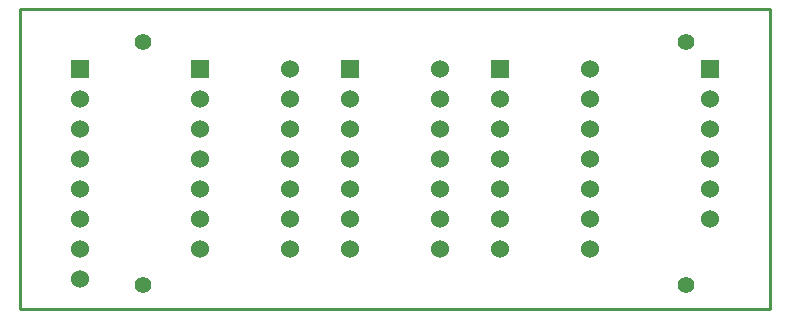
<source format=gbr>
G04 start of page 5 for group 3 idx 3 *
G04 Title: (unknown), signal3 *
G04 Creator: pcb 4.2.2 *
G04 CreationDate: Sat Jul 27 20:57:17 2024 UTC *
G04 For: electronics *
G04 Format: Gerber/RS-274X *
G04 PCB-Dimensions (mil): 2500.00 1000.00 *
G04 PCB-Coordinate-Origin: lower left *
%MOIN*%
%FSLAX25Y25*%
%LNGROUP3*%
%ADD38C,0.0280*%
%ADD37C,0.0380*%
%ADD36C,0.0300*%
%ADD35C,0.0560*%
%ADD34C,0.0600*%
%ADD33C,0.0001*%
%ADD32C,0.0100*%
G54D32*X0Y100000D02*Y0D01*
Y100000D02*X250000D01*
X0Y0D02*X250000D01*
Y100000D02*Y0D01*
G54D33*G36*
X227000Y83000D02*Y77000D01*
X233000D01*
Y83000D01*
X227000D01*
G37*
G54D34*X230000Y70000D03*
Y60000D03*
Y50000D03*
Y40000D03*
Y30000D03*
X20000Y50000D03*
Y40000D03*
Y30000D03*
Y20000D03*
G54D33*G36*
X17000Y83000D02*Y77000D01*
X23000D01*
Y83000D01*
X17000D01*
G37*
G54D34*X20000Y70000D03*
Y60000D03*
Y10000D03*
G54D33*G36*
X57000Y83000D02*Y77000D01*
X63000D01*
Y83000D01*
X57000D01*
G37*
G54D34*X60000Y70000D03*
Y60000D03*
Y50000D03*
X90000D03*
Y60000D03*
Y70000D03*
Y80000D03*
G54D33*G36*
X107000Y83000D02*Y77000D01*
X113000D01*
Y83000D01*
X107000D01*
G37*
G54D34*X110000Y70000D03*
X60000Y40000D03*
X90000D03*
X140000D03*
Y50000D03*
X60000Y30000D03*
Y20000D03*
X90000D03*
Y30000D03*
X140000Y20000D03*
Y30000D03*
X110000Y50000D03*
Y40000D03*
Y30000D03*
Y20000D03*
X190000D03*
Y30000D03*
Y40000D03*
Y50000D03*
Y60000D03*
Y70000D03*
Y80000D03*
X110000Y60000D03*
X140000D03*
Y70000D03*
Y80000D03*
G54D33*G36*
X157000Y83000D02*Y77000D01*
X163000D01*
Y83000D01*
X157000D01*
G37*
G54D34*X160000Y70000D03*
Y60000D03*
Y50000D03*
Y40000D03*
Y30000D03*
Y20000D03*
G54D35*X41000Y8000D03*
Y89000D03*
X222000Y8000D03*
Y89000D03*
G54D36*G54D37*G54D38*M02*

</source>
